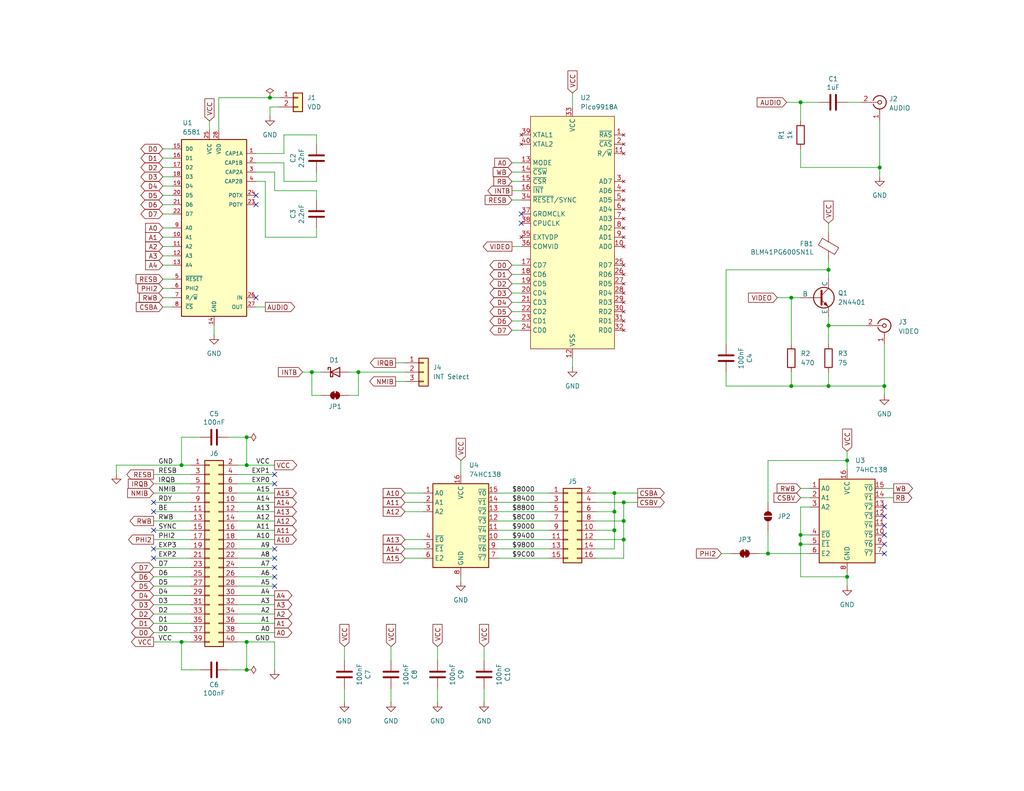
<source format=kicad_sch>
(kicad_sch (version 20250114) (generator "eeschema") (generator_version "9.0")
  (paper "USLetter")
  (title_block (title "6502 Output Board") (date "2026-01-11") (rev "1.0") (company "A.C. Wright Design"))
  (junction (at 240.03 45.72))
  (junction (at 85.09 101.6))
  (junction (at 226.06 88.9))
  (junction (at 167.64 139.7))
  (junction (at 209.55 151.13))
  (junction (at 67.31 127))
  (junction (at 170.18 147.32))
  (junction (at 67.31 182.88))
  (junction (at 218.44 148.59))
  (junction (at 170.18 142.24))
  (junction (at 167.64 144.78))
  (junction (at 231.14 125.73))
  (junction (at 241.3 105.41))
  (junction (at 215.9 105.41))
  (junction (at 49.53 127))
  (junction (at 170.18 137.16))
  (junction (at 49.53 175.26))
  (junction (at 218.44 27.94))
  (junction (at 73.66 26.67))
  (junction (at 231.14 157.48))
  (junction (at 226.06 73.66))
  (junction (at 218.44 146.05))
  (junction (at 167.64 134.62))
  (junction (at 67.31 119.38))
  (junction (at 67.31 175.26))
  (junction (at 215.9 81.28))
  (junction (at 97.79 101.6))
  (junction (at 226.06 105.41))
  (no_connect (at 41.91 137.16))
  (no_connect (at 142.24 58.42))
  (no_connect (at 142.24 60.96))
  (no_connect (at 241.3 146.05))
  (no_connect (at 241.3 140.97))
  (no_connect (at 74.93 149.86))
  (no_connect (at 69.85 55.88))
  (no_connect (at 41.91 152.4))
  (no_connect (at 74.93 129.54))
  (no_connect (at 74.93 157.48))
  (no_connect (at 241.3 138.43))
  (no_connect (at 69.85 53.34))
  (no_connect (at 74.93 132.08))
  (no_connect (at 241.3 143.51))
  (no_connect (at 41.91 144.78))
  (no_connect (at 241.3 151.13))
  (no_connect (at 74.93 154.94))
  (no_connect (at 74.93 152.4))
  (no_connect (at 41.91 149.86))
  (no_connect (at 241.3 148.59))
  (no_connect (at 74.93 160.02))
  (no_connect (at 41.91 139.7))
  (no_connect (at 69.85 81.28))
  (wire (pts (xy 64.77 134.62) (xy 74.93 134.62)))
  (wire (pts (xy 170.18 147.32) (xy 170.18 142.24)))
  (wire (pts (xy 107.95 99.06) (xy 110.49 99.06)))
  (wire (pts (xy 49.53 119.38) (xy 54.61 119.38)))
  (wire (pts (xy 135.89 142.24) (xy 149.86 142.24)))
  (wire (pts (xy 62.23 182.88) (xy 67.31 182.88)))
  (wire (pts (xy 44.45 78.74) (xy 46.99 78.74)))
  (wire (pts (xy 198.12 101.6) (xy 198.12 105.41)))
  (wire (pts (xy 97.79 101.6) (xy 110.49 101.6)))
  (wire (pts (xy 44.45 67.31) (xy 46.99 67.31)))
  (wire (pts (xy 49.53 182.88) (xy 54.61 182.88)))
  (wire (pts (xy 218.44 40.64) (xy 218.44 45.72)))
  (wire (pts (xy 52.07 144.78) (xy 41.91 144.78)))
  (wire (pts (xy 74.93 152.4) (xy 64.77 152.4)))
  (wire (pts (xy 167.64 139.7) (xy 167.64 134.62)))
  (wire (pts (xy 135.89 137.16) (xy 149.86 137.16)))
  (wire (pts (xy 44.45 69.85) (xy 46.99 69.85)))
  (wire (pts (xy 162.56 134.62) (xy 167.64 134.62)))
  (wire (pts (xy 156.21 97.79) (xy 156.21 100.33)))
  (wire (pts (xy 97.79 107.95) (xy 97.79 101.6)))
  (wire (pts (xy 139.7 82.55) (xy 142.24 82.55)))
  (wire (pts (xy 85.09 101.6) (xy 87.63 101.6)))
  (wire (pts (xy 74.93 46.99) (xy 69.85 46.99)))
  (wire (pts (xy 95.25 107.95) (xy 97.79 107.95)))
  (wire (pts (xy 107.95 104.14) (xy 110.49 104.14)))
  (wire (pts (xy 74.93 142.24) (xy 64.77 142.24)))
  (wire (pts (xy 215.9 101.6) (xy 215.9 105.41)))
  (wire (pts (xy 110.49 152.4) (xy 115.57 152.4)))
  (wire (pts (xy 170.18 137.16) (xy 173.99 137.16)))
  (wire (pts (xy 86.36 64.77) (xy 72.39 64.77)))
  (wire (pts (xy 64.77 149.86) (xy 74.93 149.86)))
  (wire (pts (xy 44.45 50.8) (xy 46.99 50.8)))
  (wire (pts (xy 156.21 25.4) (xy 156.21 29.21)))
  (wire (pts (xy 162.56 137.16) (xy 170.18 137.16)))
  (wire (pts (xy 119.38 176.53) (xy 119.38 180.34)))
  (wire (pts (xy 52.07 160.02) (xy 41.91 160.02)))
  (wire (pts (xy 52.07 139.7) (xy 41.91 139.7)))
  (wire (pts (xy 52.07 149.86) (xy 41.91 149.86)))
  (wire (pts (xy 44.45 48.26) (xy 46.99 48.26)))
  (wire (pts (xy 218.44 33.02) (xy 218.44 27.94)))
  (wire (pts (xy 139.7 67.31) (xy 142.24 67.31)))
  (wire (pts (xy 139.7 44.45) (xy 142.24 44.45)))
  (wire (pts (xy 64.77 175.26) (xy 67.31 175.26)))
  (wire (pts (xy 241.3 93.98) (xy 241.3 105.41)))
  (wire (pts (xy 220.98 146.05) (xy 218.44 146.05)))
  (wire (pts (xy 139.7 52.07) (xy 142.24 52.07)))
  (wire (pts (xy 226.06 88.9) (xy 236.22 88.9)))
  (wire (pts (xy 240.03 33.02) (xy 240.03 45.72)))
  (wire (pts (xy 226.06 101.6) (xy 226.06 105.41)))
  (wire (pts (xy 52.07 127) (xy 49.53 127)))
  (wire (pts (xy 86.36 62.23) (xy 86.36 64.77)))
  (wire (pts (xy 93.98 187.96) (xy 93.98 191.77)))
  (wire (pts (xy 218.44 81.28) (xy 215.9 81.28)))
  (wire (pts (xy 41.91 172.72) (xy 52.07 172.72)))
  (wire (pts (xy 218.44 45.72) (xy 240.03 45.72)))
  (wire (pts (xy 31.75 127) (xy 49.53 127)))
  (wire (pts (xy 41.91 147.32) (xy 52.07 147.32)))
  (wire (pts (xy 125.73 125.73) (xy 125.73 129.54)))
  (wire (pts (xy 31.75 129.54) (xy 31.75 127)))
  (wire (pts (xy 44.45 43.18) (xy 46.99 43.18)))
  (wire (pts (xy 49.53 119.38) (xy 49.53 127)))
  (wire (pts (xy 106.68 187.96) (xy 106.68 191.77)))
  (wire (pts (xy 218.44 148.59) (xy 220.98 148.59)))
  (wire (pts (xy 64.77 160.02) (xy 74.93 160.02)))
  (wire (pts (xy 41.91 132.08) (xy 52.07 132.08)))
  (wire (pts (xy 135.89 134.62) (xy 149.86 134.62)))
  (wire (pts (xy 86.36 39.37) (xy 86.36 36.83)))
  (wire (pts (xy 44.45 76.2) (xy 46.99 76.2)))
  (wire (pts (xy 209.55 137.16) (xy 209.55 125.73)))
  (wire (pts (xy 58.42 88.9) (xy 58.42 91.44)))
  (wire (pts (xy 72.39 64.77) (xy 72.39 49.53)))
  (wire (pts (xy 218.44 27.94) (xy 223.52 27.94)))
  (wire (pts (xy 64.77 129.54) (xy 74.93 129.54)))
  (wire (pts (xy 49.53 175.26) (xy 49.53 182.88)))
  (wire (pts (xy 218.44 146.05) (xy 218.44 148.59)))
  (wire (pts (xy 241.3 133.35) (xy 243.84 133.35)))
  (wire (pts (xy 231.14 156.21) (xy 231.14 157.48)))
  (wire (pts (xy 135.89 144.78) (xy 149.86 144.78)))
  (wire (pts (xy 44.45 62.23) (xy 46.99 62.23)))
  (wire (pts (xy 52.07 175.26) (xy 49.53 175.26)))
  (wire (pts (xy 162.56 152.4) (xy 170.18 152.4)))
  (wire (pts (xy 44.45 81.28) (xy 46.99 81.28)))
  (wire (pts (xy 162.56 149.86) (xy 167.64 149.86)))
  (wire (pts (xy 220.98 138.43) (xy 218.44 138.43)))
  (wire (pts (xy 73.66 31.75) (xy 73.66 29.21)))
  (wire (pts (xy 215.9 81.28) (xy 215.9 93.98)))
  (wire (pts (xy 52.07 154.94) (xy 41.91 154.94)))
  (wire (pts (xy 240.03 45.72) (xy 240.03 48.26)))
  (wire (pts (xy 196.85 151.13) (xy 199.39 151.13)))
  (wire (pts (xy 93.98 176.53) (xy 93.98 180.34)))
  (wire (pts (xy 162.56 144.78) (xy 167.64 144.78)))
  (wire (pts (xy 226.06 88.9) (xy 226.06 93.98)))
  (wire (pts (xy 86.36 36.83) (xy 77.47 36.83)))
  (wire (pts (xy 64.77 165.1) (xy 74.93 165.1)))
  (wire (pts (xy 198.12 73.66) (xy 226.06 73.66)))
  (wire (pts (xy 231.14 123.19) (xy 231.14 125.73)))
  (wire (pts (xy 162.56 139.7) (xy 167.64 139.7)))
  (wire (pts (xy 77.47 44.45) (xy 69.85 44.45)))
  (wire (pts (xy 41.91 134.62) (xy 52.07 134.62)))
  (wire (pts (xy 77.47 41.91) (xy 69.85 41.91)))
  (wire (pts (xy 110.49 149.86) (xy 115.57 149.86)))
  (wire (pts (xy 67.31 175.26) (xy 67.31 182.88)))
  (wire (pts (xy 41.91 167.64) (xy 52.07 167.64)))
  (wire (pts (xy 77.47 36.83) (xy 77.47 41.91)))
  (wire (pts (xy 214.63 27.94) (xy 218.44 27.94)))
  (wire (pts (xy 209.55 151.13) (xy 220.98 151.13)))
  (wire (pts (xy 74.93 52.07) (xy 86.36 52.07)))
  (wire (pts (xy 207.01 151.13) (xy 209.55 151.13)))
  (wire (pts (xy 74.93 172.72) (xy 64.77 172.72)))
  (wire (pts (xy 74.93 167.64) (xy 64.77 167.64)))
  (wire (pts (xy 41.91 129.54) (xy 52.07 129.54)))
  (wire (pts (xy 41.91 137.16) (xy 52.07 137.16)))
  (wire (pts (xy 125.73 157.48) (xy 125.73 158.75)))
  (wire (pts (xy 44.45 58.42) (xy 46.99 58.42)))
  (wire (pts (xy 209.55 144.78) (xy 209.55 151.13)))
  (wire (pts (xy 132.08 176.53) (xy 132.08 180.34)))
  (wire (pts (xy 41.91 162.56) (xy 52.07 162.56)))
  (wire (pts (xy 52.07 165.1) (xy 41.91 165.1)))
  (wire (pts (xy 72.39 49.53) (xy 69.85 49.53)))
  (wire (pts (xy 77.47 49.53) (xy 77.47 44.45)))
  (wire (pts (xy 57.15 33.02) (xy 57.15 35.56)))
  (wire (pts (xy 162.56 142.24) (xy 170.18 142.24)))
  (wire (pts (xy 218.44 157.48) (xy 231.14 157.48)))
  (wire (pts (xy 85.09 101.6) (xy 85.09 107.95)))
  (wire (pts (xy 41.91 175.26) (xy 49.53 175.26)))
  (wire (pts (xy 167.64 134.62) (xy 173.99 134.62)))
  (wire (pts (xy 74.93 127) (xy 67.31 127)))
  (wire (pts (xy 74.93 147.32) (xy 64.77 147.32)))
  (wire (pts (xy 135.89 152.4) (xy 149.86 152.4)))
  (wire (pts (xy 97.79 101.6) (xy 95.25 101.6)))
  (wire (pts (xy 209.55 125.73) (xy 231.14 125.73)))
  (wire (pts (xy 52.07 170.18) (xy 41.91 170.18)))
  (wire (pts (xy 86.36 49.53) (xy 77.47 49.53)))
  (wire (pts (xy 74.93 137.16) (xy 64.77 137.16)))
  (wire (pts (xy 167.64 149.86) (xy 167.64 144.78)))
  (wire (pts (xy 241.3 105.41) (xy 241.3 107.95)))
  (wire (pts (xy 139.7 87.63) (xy 142.24 87.63)))
  (wire (pts (xy 226.06 105.41) (xy 241.3 105.41)))
  (wire (pts (xy 41.91 142.24) (xy 52.07 142.24)))
  (wire (pts (xy 59.69 35.56) (xy 59.69 26.67)))
  (wire (pts (xy 110.49 137.16) (xy 115.57 137.16)))
  (wire (pts (xy 64.77 170.18) (xy 74.93 170.18)))
  (wire (pts (xy 69.85 83.82) (xy 72.39 83.82)))
  (wire (pts (xy 67.31 175.26) (xy 74.93 175.26)))
  (wire (pts (xy 59.69 26.67) (xy 73.66 26.67)))
  (wire (pts (xy 74.93 157.48) (xy 64.77 157.48)))
  (wire (pts (xy 44.45 64.77) (xy 46.99 64.77)))
  (wire (pts (xy 226.06 71.12) (xy 226.06 73.66)))
  (wire (pts (xy 44.45 55.88) (xy 46.99 55.88)))
  (wire (pts (xy 106.68 176.53) (xy 106.68 180.34)))
  (wire (pts (xy 226.06 86.36) (xy 226.06 88.9)))
  (wire (pts (xy 67.31 119.38) (xy 67.31 127)))
  (wire (pts (xy 74.93 175.26) (xy 74.93 182.88)))
  (wire (pts (xy 64.77 154.94) (xy 74.93 154.94)))
  (wire (pts (xy 86.36 46.99) (xy 86.36 49.53)))
  (wire (pts (xy 198.12 93.98) (xy 198.12 73.66)))
  (wire (pts (xy 110.49 147.32) (xy 115.57 147.32)))
  (wire (pts (xy 44.45 72.39) (xy 46.99 72.39)))
  (wire (pts (xy 74.93 132.08) (xy 64.77 132.08)))
  (wire (pts (xy 170.18 152.4) (xy 170.18 147.32)))
  (wire (pts (xy 241.3 135.89) (xy 243.84 135.89)))
  (wire (pts (xy 67.31 127) (xy 64.77 127)))
  (wire (pts (xy 139.7 74.93) (xy 142.24 74.93)))
  (wire (pts (xy 215.9 105.41) (xy 226.06 105.41)))
  (wire (pts (xy 167.64 144.78) (xy 167.64 139.7)))
  (wire (pts (xy 44.45 83.82) (xy 46.99 83.82)))
  (wire (pts (xy 218.44 138.43) (xy 218.44 146.05)))
  (wire (pts (xy 139.7 46.99) (xy 142.24 46.99)))
  (wire (pts (xy 132.08 187.96) (xy 132.08 191.77)))
  (wire (pts (xy 62.23 119.38) (xy 67.31 119.38)))
  (wire (pts (xy 231.14 27.94) (xy 234.95 27.94)))
  (wire (pts (xy 139.7 85.09) (xy 142.24 85.09)))
  (wire (pts (xy 226.06 73.66) (xy 226.06 76.2)))
  (wire (pts (xy 198.12 105.41) (xy 215.9 105.41)))
  (wire (pts (xy 162.56 147.32) (xy 170.18 147.32)))
  (wire (pts (xy 64.77 144.78) (xy 74.93 144.78)))
  (wire (pts (xy 86.36 54.61) (xy 86.36 52.07)))
  (wire (pts (xy 44.45 40.64) (xy 46.99 40.64)))
  (wire (pts (xy 110.49 134.62) (xy 115.57 134.62)))
  (wire (pts (xy 218.44 133.35) (xy 220.98 133.35)))
  (wire (pts (xy 139.7 77.47) (xy 142.24 77.47)))
  (wire (pts (xy 139.7 54.61) (xy 142.24 54.61)))
  (wire (pts (xy 119.38 187.96) (xy 119.38 191.77)))
  (wire (pts (xy 135.89 147.32) (xy 149.86 147.32)))
  (wire (pts (xy 139.7 80.01) (xy 142.24 80.01)))
  (wire (pts (xy 231.14 157.48) (xy 231.14 160.02)))
  (wire (pts (xy 73.66 29.21) (xy 76.2 29.21)))
  (wire (pts (xy 85.09 107.95) (xy 87.63 107.95)))
  (wire (pts (xy 74.93 162.56) (xy 64.77 162.56)))
  (wire (pts (xy 41.91 152.4) (xy 52.07 152.4)))
  (wire (pts (xy 135.89 149.86) (xy 149.86 149.86)))
  (wire (pts (xy 74.93 52.07) (xy 74.93 46.99)))
  (wire (pts (xy 226.06 60.96) (xy 226.06 63.5)))
  (wire (pts (xy 170.18 142.24) (xy 170.18 137.16)))
  (wire (pts (xy 135.89 139.7) (xy 149.86 139.7)))
  (wire (pts (xy 64.77 139.7) (xy 74.93 139.7)))
  (wire (pts (xy 139.7 49.53) (xy 142.24 49.53)))
  (wire (pts (xy 44.45 45.72) (xy 46.99 45.72)))
  (wire (pts (xy 212.09 81.28) (xy 215.9 81.28)))
  (wire (pts (xy 73.66 26.67) (xy 76.2 26.67)))
  (wire (pts (xy 231.14 125.73) (xy 231.14 128.27)))
  (wire (pts (xy 139.7 72.39) (xy 142.24 72.39)))
  (wire (pts (xy 82.55 101.6) (xy 85.09 101.6)))
  (wire (pts (xy 218.44 135.89) (xy 220.98 135.89)))
  (wire (pts (xy 44.45 53.34) (xy 46.99 53.34)))
  (wire (pts (xy 139.7 90.17) (xy 142.24 90.17)))
  (wire (pts (xy 41.91 157.48) (xy 52.07 157.48)))
  (wire (pts (xy 110.49 139.7) (xy 115.57 139.7)))
  (wire (pts (xy 218.44 148.59) (xy 218.44 157.48)))
  (label "BE" (at 43.18 139.7 0))
  (label "A15" (at 73.66 134.62 180))
  (label "EXP1" (at 73.66 129.54 180))
  (label "A4" (at 73.66 162.56 180))
  (label "D4" (at 43.18 162.56 0))
  (label "RESB" (at 43.18 129.54 0))
  (label "$8000" (at 139.7 134.62 0))
  (label "A0" (at 73.66 172.72 180))
  (label "EXP3" (at 43.18 149.86 0))
  (label "PHI2" (at 43.18 147.32 0))
  (label "EXP2" (at 43.18 152.4 0))
  (label "RDY" (at 43.18 137.16 0))
  (label "A9" (at 73.66 149.86 180))
  (label "A14" (at 73.66 137.16 180))
  (label "IRQB" (at 43.18 132.08 0))
  (label "D7" (at 43.18 154.94 0))
  (label "A1" (at 73.66 170.18 180))
  (label "A3" (at 73.66 165.1 180))
  (label "$9400" (at 139.7 147.32 0))
  (label "VCC" (at 43.18 175.26 0))
  (label "A6" (at 73.66 157.48 180))
  (label "$8800" (at 139.7 139.7 0))
  (label "D1" (at 43.18 170.18 0))
  (label "SYNC" (at 43.18 144.78 0))
  (label "D0" (at 43.18 172.72 0))
  (label "A12" (at 73.66 142.24 180))
  (label "A2" (at 73.66 167.64 180))
  (label "A13" (at 73.66 139.7 180))
  (label "A11" (at 73.66 144.78 180))
  (label "D3" (at 43.18 165.1 0))
  (label "$9C00" (at 139.7 152.4 0))
  (label "NMIB" (at 43.18 134.62 0))
  (label "A10" (at 73.66 147.32 180))
  (label "A7" (at 73.66 154.94 180))
  (label "$8C00" (at 139.7 142.24 0))
  (label "$8400" (at 139.7 137.16 0))
  (label "VCC" (at 73.66 127 180))
  (label "GND" (at 43.18 127 0))
  (label "GND" (at 73.66 175.26 180))
  (label "$9800" (at 139.7 149.86 0))
  (label "$9000" (at 139.7 144.78 0))
  (label "A5" (at 73.66 160.02 180))
  (label "RWB" (at 43.18 142.24 0))
  (label "EXP0" (at 73.66 132.08 180))
  (label "D2" (at 43.18 167.64 0))
  (label "D6" (at 43.18 157.48 0))
  (label "A8" (at 73.66 152.4 180))
  (label "D5" (at 43.18 160.02 0))
  (global_label "A10" (shape output) (at 74.93 147.32 0) (property "Intersheetrefs" "${INTERSHEET_REFS}" (effects (hide yes))))
  (global_label "A11" (shape output) (at 74.93 144.78 0) (property "Intersheetrefs" "${INTERSHEET_REFS}" (effects (hide yes))))
  (global_label "A12" (shape output) (at 74.93 142.24 0) (property "Intersheetrefs" "${INTERSHEET_REFS}" (effects (hide yes))))
  (global_label "A13" (shape output) (at 74.93 139.7 0) (property "Intersheetrefs" "${INTERSHEET_REFS}" (effects (hide yes))))
  (global_label "A13" (shape input) (at 110.49 147.32 180) (property "Intersheetrefs" "${INTERSHEET_REFS}" (effects (hide yes))))
  (global_label "A11" (shape input) (at 110.49 137.16 180) (property "Intersheetrefs" "${INTERSHEET_REFS}" (effects (hide yes))))
  (global_label "D5" (shape bidirectional) (at 41.91 160.02 180) (property "Intersheetrefs" "${INTERSHEET_REFS}" (effects (hide yes))))
  (global_label "A1" (shape input) (at 44.45 64.77 180) (property "Intersheetrefs" "${INTERSHEET_REFS}" (effects (hide yes))))
  (global_label "D3" (shape bidirectional) (at 139.7 80.01 180) (property "Intersheetrefs" "${INTERSHEET_REFS}" (effects (hide yes))))
  (global_label "D7" (shape bidirectional) (at 44.45 58.42 180) (property "Intersheetrefs" "${INTERSHEET_REFS}" (effects (hide yes))))
  (global_label "A15" (shape input) (at 110.49 152.4 180) (property "Intersheetrefs" "${INTERSHEET_REFS}" (effects (hide yes))))
  (global_label "A0" (shape input) (at 139.7 44.45 180) (property "Intersheetrefs" "${INTERSHEET_REFS}" (effects (hide yes))))
  (global_label "D4" (shape bidirectional) (at 139.7 82.55 180) (property "Intersheetrefs" "${INTERSHEET_REFS}" (effects (hide yes))))
  (global_label "A10" (shape input) (at 110.49 134.62 180) (property "Intersheetrefs" "${INTERSHEET_REFS}" (effects (hide yes))))
  (global_label "AUDIO" (shape input) (at 214.63 27.94 180) (property "Intersheetrefs" "${INTERSHEET_REFS}" (effects (hide yes))))
  (global_label "A14" (shape input) (at 110.49 149.86 180) (property "Intersheetrefs" "${INTERSHEET_REFS}" (effects (hide yes))))
  (global_label "D1" (shape bidirectional) (at 44.45 43.18 180) (property "Intersheetrefs" "${INTERSHEET_REFS}" (effects (hide yes))))
  (global_label "RESB" (shape output) (at 41.91 129.54 180) (property "Intersheetrefs" "${INTERSHEET_REFS}" (effects (hide yes))))
  (global_label "D3" (shape bidirectional) (at 44.45 48.26 180) (property "Intersheetrefs" "${INTERSHEET_REFS}" (effects (hide yes))))
  (global_label "D3" (shape bidirectional) (at 41.91 165.1 180) (property "Intersheetrefs" "${INTERSHEET_REFS}" (effects (hide yes))))
  (global_label "D0" (shape bidirectional) (at 44.45 40.64 180) (property "Intersheetrefs" "${INTERSHEET_REFS}" (effects (hide yes))))
  (global_label "PHI2" (shape output) (at 41.91 147.32 180) (property "Intersheetrefs" "${INTERSHEET_REFS}" (effects (hide yes))))
  (global_label "WB" (shape input) (at 139.7 46.99 180) (property "Intersheetrefs" "${INTERSHEET_REFS}" (effects (hide yes))))
  (global_label "A1" (shape output) (at 74.93 170.18 0) (property "Intersheetrefs" "${INTERSHEET_REFS}" (effects (hide yes))))
  (global_label "AUDIO" (shape output) (at 72.39 83.82 0) (property "Intersheetrefs" "${INTERSHEET_REFS}" (effects (hide yes))))
  (global_label "VCC" (shape input) (at 106.68 176.53 90) (property "Intersheetrefs" "${INTERSHEET_REFS}" (effects (hide yes))))
  (global_label "CSBV" (shape input) (at 218.44 135.89 180) (property "Intersheetrefs" "${INTERSHEET_REFS}" (effects (hide yes))))
  (global_label "D1" (shape bidirectional) (at 139.7 74.93 180) (property "Intersheetrefs" "${INTERSHEET_REFS}" (effects (hide yes))))
  (global_label "VIDEO" (shape input) (at 212.09 81.28 180) (property "Intersheetrefs" "${INTERSHEET_REFS}" (effects (hide yes))))
  (global_label "D4" (shape bidirectional) (at 41.91 162.56 180) (property "Intersheetrefs" "${INTERSHEET_REFS}" (effects (hide yes))))
  (global_label "D2" (shape bidirectional) (at 139.7 77.47 180) (property "Intersheetrefs" "${INTERSHEET_REFS}" (effects (hide yes))))
  (global_label "VCC" (shape output) (at 74.93 127 0) (property "Intersheetrefs" "${INTERSHEET_REFS}" (effects (hide yes))))
  (global_label "INTB" (shape output) (at 139.7 52.07 180) (property "Intersheetrefs" "${INTERSHEET_REFS}" (effects (hide yes))))
  (global_label "RWB" (shape input) (at 218.44 133.35 180) (property "Intersheetrefs" "${INTERSHEET_REFS}" (effects (hide yes))))
  (global_label "VCC" (shape input) (at 226.06 60.96 90) (property "Intersheetrefs" "${INTERSHEET_REFS}" (effects (hide yes))))
  (global_label "RWB" (shape output) (at 41.91 142.24 180) (property "Intersheetrefs" "${INTERSHEET_REFS}" (effects (hide yes))))
  (global_label "D1" (shape bidirectional) (at 41.91 170.18 180) (property "Intersheetrefs" "${INTERSHEET_REFS}" (effects (hide yes))))
  (global_label "CSBA" (shape output) (at 173.99 134.62 0) (property "Intersheetrefs" "${INTERSHEET_REFS}" (effects (hide yes))))
  (global_label "A14" (shape output) (at 74.93 137.16 0) (property "Intersheetrefs" "${INTERSHEET_REFS}" (effects (hide yes))))
  (global_label "D0" (shape bidirectional) (at 139.7 72.39 180) (property "Intersheetrefs" "${INTERSHEET_REFS}" (effects (hide yes))))
  (global_label "A15" (shape output) (at 74.93 134.62 0) (property "Intersheetrefs" "${INTERSHEET_REFS}" (effects (hide yes))))
  (global_label "VIDEO" (shape output) (at 139.7 67.31 180) (property "Intersheetrefs" "${INTERSHEET_REFS}" (effects (hide yes))))
  (global_label "VCC" (shape input) (at 119.38 176.53 90) (property "Intersheetrefs" "${INTERSHEET_REFS}" (effects (hide yes))))
  (global_label "A2" (shape input) (at 44.45 67.31 180) (property "Intersheetrefs" "${INTERSHEET_REFS}" (effects (hide yes))))
  (global_label "VCC" (shape input) (at 57.15 33.02 90) (property "Intersheetrefs" "${INTERSHEET_REFS}" (effects (hide yes))))
  (global_label "PHI2" (shape input) (at 44.45 78.74 180) (property "Intersheetrefs" "${INTERSHEET_REFS}" (effects (hide yes))))
  (global_label "D6" (shape bidirectional) (at 41.91 157.48 180) (property "Intersheetrefs" "${INTERSHEET_REFS}" (effects (hide yes))))
  (global_label "D5" (shape bidirectional) (at 139.7 85.09 180) (property "Intersheetrefs" "${INTERSHEET_REFS}" (effects (hide yes))))
  (global_label "IRQB" (shape output) (at 107.95 99.06 180) (property "Intersheetrefs" "${INTERSHEET_REFS}" (effects (hide yes))))
  (global_label "A0" (shape output) (at 74.93 172.72 0) (property "Intersheetrefs" "${INTERSHEET_REFS}" (effects (hide yes))))
  (global_label "VCC" (shape input) (at 231.14 123.19 90) (property "Intersheetrefs" "${INTERSHEET_REFS}" (effects (hide yes))))
  (global_label "A0" (shape input) (at 44.45 62.23 180) (property "Intersheetrefs" "${INTERSHEET_REFS}" (effects (hide yes))))
  (global_label "CSBV" (shape output) (at 173.99 137.16 0) (property "Intersheetrefs" "${INTERSHEET_REFS}" (effects (hide yes))))
  (global_label "A3" (shape input) (at 44.45 69.85 180) (property "Intersheetrefs" "${INTERSHEET_REFS}" (effects (hide yes))))
  (global_label "NMIB" (shape output) (at 107.95 104.14 180) (property "Intersheetrefs" "${INTERSHEET_REFS}" (effects (hide yes))))
  (global_label "D4" (shape bidirectional) (at 44.45 50.8 180) (property "Intersheetrefs" "${INTERSHEET_REFS}" (effects (hide yes))))
  (global_label "D7" (shape bidirectional) (at 139.7 90.17 180) (property "Intersheetrefs" "${INTERSHEET_REFS}" (effects (hide yes))))
  (global_label "D2" (shape bidirectional) (at 41.91 167.64 180) (property "Intersheetrefs" "${INTERSHEET_REFS}" (effects (hide yes))))
  (global_label "D7" (shape bidirectional) (at 41.91 154.94 180) (property "Intersheetrefs" "${INTERSHEET_REFS}" (effects (hide yes))))
  (global_label "RB" (shape input) (at 139.7 49.53 180) (property "Intersheetrefs" "${INTERSHEET_REFS}" (effects (hide yes))))
  (global_label "A3" (shape output) (at 74.93 165.1 0) (property "Intersheetrefs" "${INTERSHEET_REFS}" (effects (hide yes))))
  (global_label "A12" (shape input) (at 110.49 139.7 180) (property "Intersheetrefs" "${INTERSHEET_REFS}" (effects (hide yes))))
  (global_label "RESB" (shape input) (at 139.7 54.61 180) (property "Intersheetrefs" "${INTERSHEET_REFS}" (effects (hide yes))))
  (global_label "D6" (shape bidirectional) (at 139.7 87.63 180) (property "Intersheetrefs" "${INTERSHEET_REFS}" (effects (hide yes))))
  (global_label "VCC" (shape input) (at 156.21 25.4 90) (property "Intersheetrefs" "${INTERSHEET_REFS}" (effects (hide yes))))
  (global_label "A4" (shape input) (at 44.45 72.39 180) (property "Intersheetrefs" "${INTERSHEET_REFS}" (effects (hide yes))))
  (global_label "RWB" (shape input) (at 44.45 81.28 180) (property "Intersheetrefs" "${INTERSHEET_REFS}" (effects (hide yes))))
  (global_label "VCC" (shape input) (at 125.73 125.73 90) (property "Intersheetrefs" "${INTERSHEET_REFS}" (effects (hide yes))))
  (global_label "PHI2" (shape input) (at 196.85 151.13 180) (property "Intersheetrefs" "${INTERSHEET_REFS}" (effects (hide yes))))
  (global_label "A4" (shape output) (at 74.93 162.56 0) (property "Intersheetrefs" "${INTERSHEET_REFS}" (effects (hide yes))))
  (global_label "INTB" (shape input) (at 82.55 101.6 180) (property "Intersheetrefs" "${INTERSHEET_REFS}" (effects (hide yes))))
  (global_label "A2" (shape output) (at 74.93 167.64 0) (property "Intersheetrefs" "${INTERSHEET_REFS}" (effects (hide yes))))
  (global_label "RESB" (shape input) (at 44.45 76.2 180) (property "Intersheetrefs" "${INTERSHEET_REFS}" (effects (hide yes))))
  (global_label "CSBA" (shape input) (at 44.45 83.82 180) (property "Intersheetrefs" "${INTERSHEET_REFS}" (effects (hide yes))))
  (global_label "VCC" (shape input) (at 93.98 176.53 90) (property "Intersheetrefs" "${INTERSHEET_REFS}" (effects (hide yes))))
  (global_label "IRQB" (shape input) (at 41.91 132.08 180) (property "Intersheetrefs" "${INTERSHEET_REFS}" (effects (hide yes))))
  (global_label "RB" (shape output) (at 243.84 135.89 0) (property "Intersheetrefs" "${INTERSHEET_REFS}" (effects (hide yes))))
  (global_label "WB" (shape output) (at 243.84 133.35 0) (property "Intersheetrefs" "${INTERSHEET_REFS}" (effects (hide yes))))
  (global_label "NMIB" (shape input) (at 41.91 134.62 180) (property "Intersheetrefs" "${INTERSHEET_REFS}" (effects (hide yes))))
  (global_label "VCC" (shape output) (at 41.91 175.26 180) (property "Intersheetrefs" "${INTERSHEET_REFS}" (effects (hide yes))))
  (global_label "D0" (shape bidirectional) (at 41.91 172.72 180) (property "Intersheetrefs" "${INTERSHEET_REFS}" (effects (hide yes))))
  (global_label "D5" (shape bidirectional) (at 44.45 53.34 180) (property "Intersheetrefs" "${INTERSHEET_REFS}" (effects (hide yes))))
  (global_label "D6" (shape bidirectional) (at 44.45 55.88 180) (property "Intersheetrefs" "${INTERSHEET_REFS}" (effects (hide yes))))
  (global_label "D2" (shape bidirectional) (at 44.45 45.72 180) (property "Intersheetrefs" "${INTERSHEET_REFS}" (effects (hide yes))))
  (global_label "VCC" (shape input) (at 132.08 176.53 90) (property "Intersheetrefs" "${INTERSHEET_REFS}" (effects (hide yes))))
  (symbol (lib_id "power:GND") (at 241.3 107.95 0) (unit 1)
    (property "Reference" "#PWR05" (effects (hide yes)))
    (property "Value" "GND" (at 241.3 113.03 0))
    (property "Description" "Power symbol creates a global label with name \"GND\" , ground" (effects (hide yes)))
  )
  (symbol (lib_id "power:PWR_FLAG") (at 67.31 182.88 270) (unit 1)
    (property "Reference" "#FLG03" (effects (hide yes)))
    (property "Value" "PWR_FLAG" (effects (hide yes)))
    (property "Description" "Special symbol for telling ERC where power comes from" (effects (hide yes)))
  )
  (symbol (lib_id "Connector_Generic:Conn_02x08_Odd_Even") (at 154.94 142.24 0) (unit 1) (in_bom no)
    (property "Reference" "J5" (at 156.21 131.445 0))
    (property "Value" "Conn_02x08_Odd_Even" (effects (hide yes)))
    (property "Footprint" "Connector_PinHeader_2.54mm:PinHeader_2x08_P2.54mm_Vertical" (effects (hide yes)))
  )
  (symbol (lib_id "6502 Parts:PJRAN1X1U02X") (at 240.03 27.94 0) (unit 1) (in_bom no)
    (property "Reference" "J2" (at 242.57 26.9631 0) (effects (justify left)))
    (property "Value" "AUDIO" (at 242.57 29.5031 0) (effects (justify left)))
    (property "Footprint" "6502 Parts:SWITCHCRAFT_PJRAN1X1U02X" (effects (hide yes)))
    (property "Datasheet" "https://www.switchcraft.com/assets/1/24/pjran1x1u__x_series_cd.pdf?4664" (effects (hide yes)))
    (property "Description" "RCA Connector" (effects (hide yes)))
    (property "Digikey" "https://www.digikey.com/en/products/detail/switchcraft-inc/PJRAN1X1U02X/1832412" (effects (hide yes)))
  )
  (symbol (lib_id "power:GND") (at 106.68 191.77 0) (unit 1)
    (property "Reference" "#PWR011" (effects (hide yes)))
    (property "Value" "GND" (at 106.68 196.85 0))
    (property "Description" "Power symbol creates a global label with name \"GND\" , ground" (effects (hide yes)))
  )
  (symbol (lib_id "power:GND") (at 93.98 191.77 0) (unit 1)
    (property "Reference" "#PWR010" (effects (hide yes)))
    (property "Value" "GND" (at 93.98 196.85 0))
    (property "Description" "Power symbol creates a global label with name \"GND\" , ground" (effects (hide yes)))
  )
  (symbol (lib_id "74xx:74HC138") (at 125.73 144.78 0) (unit 1)
    (property "Reference" "U4" (at 127.9241 127 0) (effects (justify left)))
    (property "Value" "74HC138" (at 127.9241 129.54 0) (effects (justify left)))
    (property "Footprint" "Package_SO:SOIC-16_3.9x9.9mm_P1.27mm" (effects (hide yes)))
    (property "Datasheet" "http://www.ti.com/lit/ds/symlink/cd74hc238.pdf" (effects (hide yes)))
    (property "Description" "3-to-8 line decoder/multiplexer inverting, DIP-16/SOIC-16/SSOP-16" (effects (hide yes)))
    (property "LCSC" "C5602" (effects (hide yes)))
  )
  (symbol (lib_id "Device:C") (at 93.98 184.15 0) (unit 1)
    (property "Reference" "C7" (at 100.3808 184.15 90))
    (property "Value" "100nF" (at 98.0694 184.15 90))
    (property "Footprint" "Capacitor_SMD:C_0805_2012Metric" (effects (hide yes)))
    (property "LCSC" "C49678" (effects (hide yes)))
  )
  (symbol (lib_id "power:GND") (at 240.03 48.26 0) (unit 1)
    (property "Reference" "#PWR02" (effects (hide yes)))
    (property "Value" "GND" (at 240.03 53.34 0))
    (property "Description" "Power symbol creates a global label with name \"GND\" , ground" (effects (hide yes)))
  )
  (symbol (lib_id "Device:C") (at 106.68 184.15 0) (unit 1)
    (property "Reference" "C8" (at 113.0808 184.15 90))
    (property "Value" "100nF" (at 110.7694 184.15 90))
    (property "Footprint" "Capacitor_SMD:C_0805_2012Metric" (effects (hide yes)))
    (property "Description" "Unpolarized capacitor" (effects (hide yes)))
    (property "LCSC" "C49678" (effects (hide yes)))
  )
  (symbol (lib_id "Jumper:SolderJumper_2_Open") (at 209.55 140.97 270) (unit 1) (in_bom no)
    (property "Reference" "JP2" (at 212.09 140.9699 90) (effects (justify left)))
    (property "Value" "SolderJumper_2_Open" (effects (hide yes)))
    (property "Footprint" "Jumper:SolderJumper-2_P1.3mm_Open_RoundedPad1.0x1.5mm" (effects (hide yes)))
    (property "Description" "Solder Jumper, 2-pole, open" (effects (hide yes)))
  )
  (symbol (lib_id "Connector_Generic:Conn_01x02") (at 81.28 26.67 0) (unit 1) (in_bom no)
    (property "Reference" "J1" (at 83.82 26.6699 0) (effects (justify left)))
    (property "Value" "VDD" (at 83.82 29.2099 0) (effects (justify left)))
    (property "Footprint" "Connector_JST:JST_XH_B2B-XH-A_1x02_P2.50mm_Vertical" (effects (hide yes)))
    (property "Description" "Generic connector, single row, 01x02, script generated (kicad-library-utils/schlib/autogen/connector/)" (effects (hide yes)))
  )
  (symbol (lib_id "power:GND") (at 119.38 191.77 0) (unit 1)
    (property "Reference" "#PWR012" (effects (hide yes)))
    (property "Value" "GND" (at 119.38 196.85 0))
    (property "Description" "Power symbol creates a global label with name \"GND\" , ground" (effects (hide yes)))
  )
  (symbol (lib_id "Device:C") (at 58.42 182.88 270) (unit 1)
    (property "Reference" "C6" (at 58.42 186.944 90))
    (property "Value" "100nF" (at 58.42 189.2554 90))
    (property "Footprint" "Capacitor_SMD:C_0805_2012Metric" (effects (hide yes)))
    (property "Description" "Unpolarized capacitor" (effects (hide yes)))
    (property "LCSC" "C49678" (effects (hide yes)))
  )
  (symbol (lib_id "Device:C") (at 227.33 27.94 90) (unit 1)
    (property "Reference" "C1" (at 227.33 21.5392 90))
    (property "Value" "1uF" (at 227.33 23.8506 90))
    (property "Footprint" "Capacitor_SMD:C_0805_2012Metric" (effects (hide yes)))
    (property "LCSC" "C28323" (effects (hide yes)))
  )
  (symbol (lib_id "Device:R") (at 218.44 36.83 0) (unit 1)
    (property "Reference" "R1" (at 213.1822 36.83 90))
    (property "Value" "1k" (at 215.4936 36.83 90))
    (property "Footprint" "Resistor_SMD:R_0805_2012Metric" (effects (hide yes)))
    (property "Description" "Resistor" (effects (hide yes)))
    (property "LCSC" "C17513" (effects (hide yes)))
  )
  (symbol (lib_id "Device:FerriteBead") (at 226.06 67.31 0) (unit 1)
    (property "Reference" "FB1" (at 218.186 66.548 0) (effects (justify left)))
    (property "Value" "BLM41PG600SN1L" (at 204.724 68.834 0) (effects (justify left)))
    (property "Footprint" "Inductor_SMD:L_1806_4516Metric" (effects (hide yes)))
    (property "Description" "Ferrite bead" (effects (hide yes)))
    (property "LCSC" "C85844" (effects (hide yes)))
  )
  (symbol (lib_id "Device:C") (at 86.36 58.42 180) (unit 1)
    (property "Reference" "C3" (at 79.9592 58.42 90))
    (property "Value" "2.2nF" (at 82.2706 58.42 90))
    (property "Footprint" "Capacitor_SMD:C_0805_2012Metric" (effects (hide yes)))
    (property "LCSC" "C28260" (effects (hide yes)))
  )
  (symbol (lib_id "Device:R") (at 215.9 97.79 0) (unit 1)
    (property "Reference" "R2" (at 218.44 96.5199 0) (effects (justify left)))
    (property "Value" "470" (at 218.44 99.0599 0) (effects (justify left)))
    (property "Footprint" "Resistor_SMD:R_0805_2012Metric" (effects (hide yes)))
    (property "Description" "Resistor" (effects (hide yes)))
    (property "LCSC" "C17710" (effects (hide yes)))
  )
  (symbol (lib_id "Device:C") (at 58.42 119.38 270) (unit 1)
    (property "Reference" "C5" (at 58.42 112.9792 90))
    (property "Value" "100nF" (at 58.42 115.2906 90))
    (property "Footprint" "Capacitor_SMD:C_0805_2012Metric" (effects (hide yes)))
    (property "Description" "Unpolarized capacitor" (effects (hide yes)))
    (property "LCSC" "C49678" (effects (hide yes)))
  )
  (symbol (lib_id "74xx:74HC138") (at 231.14 143.51 0) (unit 1) (in_bom no)
    (property "Reference" "U3" (at 233.3341 125.73 0) (effects (justify left)))
    (property "Value" "74HC138" (at 233.3341 128.27 0) (effects (justify left)))
    (property "Footprint" "Package_SO:SOIC-16_3.9x9.9mm_P1.27mm" (effects (hide yes)))
    (property "Datasheet" "http://www.ti.com/lit/ds/symlink/cd74hc238.pdf" (effects (hide yes)))
    (property "Description" "3-to-8 line decoder/multiplexer inverting, DIP-16/SOIC-16/SSOP-16" (effects (hide yes)))
    (property "LCSC" "C5602" (effects (hide yes)))
  )
  (symbol (lib_id "power:GND") (at 132.08 191.77 0) (unit 1)
    (property "Reference" "#PWR013" (effects (hide yes)))
    (property "Value" "GND" (at 132.08 196.85 0))
    (property "Description" "Power symbol creates a global label with name \"GND\" , ground" (effects (hide yes)))
  )
  (symbol (lib_id "power:GND") (at 74.93 182.88 0) (unit 1)
    (property "Reference" "#PWR09" (effects (hide yes)))
    (property "Value" "GND" (effects (hide yes)))
    (property "Description" "Power symbol creates a global label with name \"GND\" , ground" (effects (hide yes)))
  )
  (symbol (lib_name "SolderJumper_2_Bridged_1") (lib_id "Jumper:SolderJumper_2_Bridged") (at 91.44 107.95 0) (unit 1) (in_bom no)
    (property "Reference" "JP1" (at 91.44 110.998 0))
    (property "Value" "SolderJumper_2_Bridged" (effects (hide yes)))
    (property "Footprint" "Jumper:SolderJumper-2_P1.3mm_Bridged_RoundedPad1.0x1.5mm" (effects (hide yes)))
    (property "Description" "Solder Jumper, 2-pole, closed/bridged" (effects (hide yes)))
  )
  (symbol (lib_id "Device:C") (at 132.08 184.15 0) (unit 1)
    (property "Reference" "C10" (at 138.4808 184.15 90))
    (property "Value" "100nF" (at 136.1694 184.15 90))
    (property "Footprint" "Capacitor_SMD:C_0805_2012Metric" (effects (hide yes)))
    (property "Description" "Unpolarized capacitor" (effects (hide yes)))
    (property "LCSC" "C49678" (effects (hide yes)))
  )
  (symbol (lib_id "power:GND") (at 156.21 100.33 0) (unit 1)
    (property "Reference" "#PWR04" (effects (hide yes)))
    (property "Value" "GND" (at 156.21 105.41 0))
    (property "Description" "Power symbol creates a global label with name \"GND\" , ground" (effects (hide yes)))
  )
  (symbol (lib_id "6502 Parts:6581") (at 58.42 62.23 0) (unit 1)
    (property "Reference" "U1" (at 49.784 33.528 0) (effects (justify left)))
    (property "Value" "6581" (at 49.784 36.068 0) (effects (justify left)))
    (property "Footprint" "Socket:DIP_Socket-28_W11.9mm_W12.7mm_W15.24mm_W17.78mm_W18.5mm_3M_228-1277-00-0602J" (effects (hide yes)))
  )
  (symbol (lib_id "Device:D_Schottky") (at 91.44 101.6 0) (unit 1) (in_bom no)
    (property "Reference" "D1" (at 91.186 98.298 0))
    (property "Value" "D_Schottky" (effects (hide yes)))
    (property "Footprint" "Diode_THT:D_DO-35_SOD27_P7.62mm_Horizontal" (effects (hide yes)))
    (property "Description" "Schottky diode" (effects (hide yes)))
  )
  (symbol (lib_id "Connector_Generic:Conn_01x03") (at 115.57 101.6 0) (unit 1) (in_bom no)
    (property "Reference" "J4" (at 118.11 100.3299 0) (effects (justify left)))
    (property "Value" "INT Select" (at 118.11 102.8699 0) (effects (justify left)))
    (property "Footprint" "Connector_PinHeader_2.54mm:PinHeader_1x03_P2.54mm_Vertical" (effects (hide yes)))
    (property "Description" "Generic connector, single row, 01x03, script generated (kicad-library-utils/schlib/autogen/connector/)" (effects (hide yes)))
  )
  (symbol (lib_id "power:PWR_FLAG") (at 73.66 26.67 0) (unit 1)
    (property "Reference" "#FLG01" (effects (hide yes)))
    (property "Value" "PWR_FLAG" (effects (hide yes)))
    (property "Description" "Special symbol for telling ERC where power comes from" (effects (hide yes)))
  )
  (symbol (lib_id "power:PWR_FLAG") (at 67.31 119.38 270) (unit 1)
    (property "Reference" "#FLG02" (effects (hide yes)))
    (property "Value" "PWR_FLAG" (effects (hide yes)))
    (property "Description" "Special symbol for telling ERC where power comes from" (effects (hide yes)))
  )
  (symbol (lib_id "Device:C") (at 86.36 43.18 180) (unit 1)
    (property "Reference" "C2" (at 79.9592 43.18 90))
    (property "Value" "2.2nF" (at 82.2706 43.18 90))
    (property "Footprint" "Capacitor_SMD:C_0805_2012Metric" (effects (hide yes)))
    (property "LCSC" "C28260" (effects (hide yes)))
  )
  (symbol (lib_id "Device:R") (at 226.06 97.79 0) (unit 1)
    (property "Reference" "R3" (at 228.6 96.5199 0) (effects (justify left)))
    (property "Value" "75" (at 228.6 99.0599 0) (effects (justify left)))
    (property "Footprint" "Resistor_SMD:R_0805_2012Metric" (effects (hide yes)))
    (property "Description" "Resistor" (effects (hide yes)))
    (property "LCSC" "C17820" (effects (hide yes)))
  )
  (symbol (lib_id "6502 Parts:PJRAN1X1U04X") (at 241.3 88.9 0) (unit 1) (in_bom no)
    (property "Reference" "J3" (at 245.11 87.9231 0) (effects (justify left)))
    (property "Value" "VIDEO" (at 245.11 90.4631 0) (effects (justify left)))
    (property "Footprint" "6502 Parts:SWITCHCRAFT_PJRAN1X1U04X" (effects (hide yes)))
    (property "Datasheet" "https://www.switchcraft.com/assets/1/24/pjran1x1u__x_series_cd.pdf?4664" (effects (hide yes)))
    (property "Description" "RCA Connector" (effects (hide yes)))
    (property "Digikey" "https://www.digikey.com/en/products/detail/switchcraft-inc/PJRAN1X1U04X/969899" (effects (hide yes)))
  )
  (symbol (lib_id "power:GND") (at 73.66 31.75 0) (unit 1)
    (property "Reference" "#PWR01" (effects (hide yes)))
    (property "Value" "GND" (at 73.66 36.83 0))
    (property "Description" "Power symbol creates a global label with name \"GND\" , ground" (effects (hide yes)))
  )
  (symbol (lib_id "Device:C") (at 198.12 97.79 0) (unit 1)
    (property "Reference" "C4" (at 204.5208 97.79 90))
    (property "Value" "100nF" (at 202.2094 97.79 90))
    (property "Footprint" "Capacitor_SMD:C_0805_2012Metric" (effects (hide yes)))
    (property "LCSC" "C49678" (effects (hide yes)))
  )
  (symbol (lib_id "Jumper:SolderJumper_2_Bridged") (at 203.2 151.13 180) (unit 1) (in_bom no)
    (property "Reference" "JP3" (at 203.2 147.32 0))
    (property "Value" "SolderJumper_2_Bridged" (effects (hide yes)))
    (property "Footprint" "Jumper:SolderJumper-2_P1.3mm_Bridged_RoundedPad1.0x1.5mm" (effects (hide yes)))
    (property "Description" "Solder Jumper, 2-pole, closed/bridged" (effects (hide yes)))
  )
  (symbol (lib_id "Simulation_SPICE:NPN") (at 223.52 81.28 0) (unit 1) (in_bom no)
    (property "Reference" "Q1" (at 228.6 80.0099 0) (effects (justify left)))
    (property "Value" "2N4401" (at 228.6 82.5499 0) (effects (justify left)))
    (property "Footprint" "Package_TO_SOT_THT:TO-92_HandSolder" (effects (hide yes)))
    (property "Datasheet" "https://ngspice.sourceforge.io/docs/ngspice-html-manual/manual.xhtml#cha_BJTs" (effects (hide yes)))
    (property "Description" "Bipolar transistor symbol for simulation only, substrate tied to the emitter" (effects (hide yes)))
    (property "Sim.Device" "NPN" (effects (hide yes)))
    (property "Sim.Type" "GUMMELPOON" (effects (hide yes)))
    (property "Sim.Pins" "1=C 2=B 3=E" (effects (hide yes)))
  )
  (symbol (lib_id "power:GND") (at 231.14 160.02 0) (unit 1)
    (property "Reference" "#PWR08" (effects (hide yes)))
    (property "Value" "GND" (at 231.14 165.1 0))
    (property "Description" "Power symbol creates a global label with name \"GND\" , ground" (effects (hide yes)))
  )
  (symbol (lib_id "power:GND") (at 125.73 158.75 0) (unit 1)
    (property "Reference" "#PWR07" (effects (hide yes)))
    (property "Value" "GND" (at 125.73 163.83 0))
    (property "Description" "Power symbol creates a global label with name \"GND\" , ground" (effects (hide yes)))
  )
  (symbol (lib_id "power:GND") (at 58.42 91.44 0) (unit 1)
    (property "Reference" "#PWR03" (effects (hide yes)))
    (property "Value" "GND" (at 58.42 96.52 0))
    (property "Description" "Power symbol creates a global label with name \"GND\" , ground" (effects (hide yes)))
  )
  (symbol (lib_id "Connector_Generic:Conn_02x20_Odd_Even") (at 57.15 149.86 0) (unit 1) (in_bom no)
    (property "Reference" "J6" (at 58.42 123.825 0))
    (property "Value" "6502 Bus" (effects (hide yes)))
    (property "Footprint" "6502 Parts:6502 Bus Connector" (effects (hide yes)))
    (property "Description" "Generic connector, double row, 02x20, odd/even pin numbering scheme (row 1 odd numbers, row 2 even numbers), script generated (kicad-library-utils/schlib/autogen/connector/)" (effects (hide yes)))
  )
  (symbol (lib_id "Device:C") (at 119.38 184.15 0) (unit 1)
    (property "Reference" "C9" (at 125.7808 184.15 90))
    (property "Value" "100nF" (at 123.4694 184.15 90))
    (property "Footprint" "Capacitor_SMD:C_0805_2012Metric" (effects (hide yes)))
    (property "Description" "Unpolarized capacitor" (effects (hide yes)))
    (property "LCSC" "C49678" (effects (hide yes)))
  )
  (symbol (lib_id "power:GND") (at 31.75 129.54 0) (unit 1)
    (property "Reference" "#PWR06" (effects (hide yes)))
    (property "Value" "GND" (effects (hide yes)))
    (property "Description" "Power symbol creates a global label with name \"GND\" , ground" (effects (hide yes)))
  )
  (symbol (lib_id "6502 Parts:Pico9918A") (at 156.21 62.23 0) (unit 1) (in_bom no)
    (property "Reference" "U2" (at 158.3533 26.67 0) (effects (justify left)))
    (property "Value" "Pico9918A" (at 158.3533 29.21 0) (effects (justify left)))
    (property "Footprint" "Socket:DIP_Socket-40_W11.9mm_W12.7mm_W15.24mm_W17.78mm_W18.5mm_3M_240-1280-00-0602J" (effects (hide yes)))
    (property "Datasheet" "https://www.cs.columbia.edu/~sedwards/papers/TMS9918.pdf" (effects (hide yes)))
  )
)
</source>
